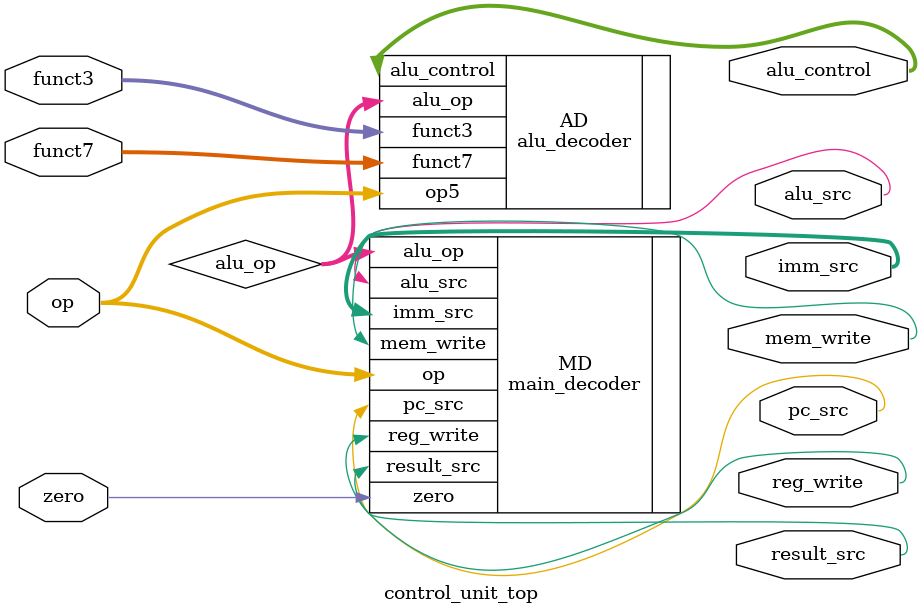
<source format=v>
`timescale 1ns / 1ps


module control_unit_top(
    // All the Inputs and Outputs
    input [6:0] op, funct7,
    input [2:0] funct3,
    input zero,
    output pc_src, result_src, mem_write, alu_src,reg_write,
    output [1:0] imm_src,
    output [2:0] alu_control
);

    wire [1:0]alu_op;
        

    main_decoder MD(
        .op(op),
        .zero(zero),
        .pc_src(pc_src), 
        .result_src(result_src), 
        .mem_write(mem_write), 
        .alu_src(alu_src),
        .reg_write(reg_write),
        .imm_src(imm_src),
        .alu_op(alu_op)    
    
    );
    
    alu_decoder AD(
        .alu_op(alu_op),
        .op5(op),
        .funct3(funct3),
        .funct7(funct7),
        .alu_control(alu_control)
      
    );
    


endmodule

</source>
